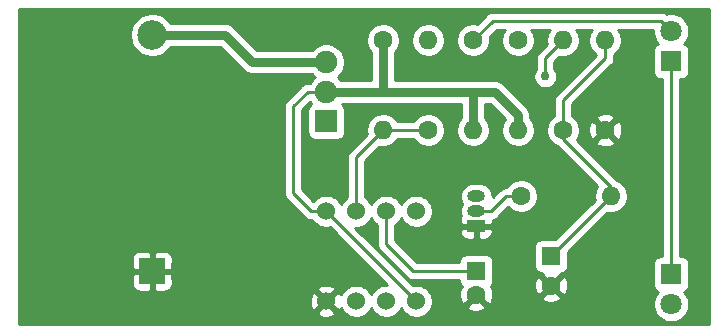
<source format=gtl>
%TF.GenerationSoftware,KiCad,Pcbnew,(5.1.12)-1*%
%TF.CreationDate,2021-12-23T01:28:27-05:00*%
%TF.ProjectId,555_Badge,3535355f-4261-4646-9765-2e6b69636164,v01*%
%TF.SameCoordinates,Original*%
%TF.FileFunction,Copper,L1,Top*%
%TF.FilePolarity,Positive*%
%FSLAX46Y46*%
G04 Gerber Fmt 4.6, Leading zero omitted, Abs format (unit mm)*
G04 Created by KiCad (PCBNEW (5.1.12)-1) date 2021-12-23 01:28:27*
%MOMM*%
%LPD*%
G01*
G04 APERTURE LIST*
%TA.AperFunction,ComponentPad*%
%ADD10C,1.600000*%
%TD*%
%TA.AperFunction,ComponentPad*%
%ADD11O,1.600000X1.600000*%
%TD*%
%TA.AperFunction,ComponentPad*%
%ADD12R,2.170000X2.170000*%
%TD*%
%TA.AperFunction,ComponentPad*%
%ADD13C,2.500000*%
%TD*%
%TA.AperFunction,ComponentPad*%
%ADD14R,1.600000X1.600000*%
%TD*%
%TA.AperFunction,ComponentPad*%
%ADD15R,1.800000X1.800000*%
%TD*%
%TA.AperFunction,ComponentPad*%
%ADD16C,1.800000*%
%TD*%
%TA.AperFunction,ComponentPad*%
%ADD17O,1.500000X1.000000*%
%TD*%
%TA.AperFunction,ComponentPad*%
%ADD18R,1.500000X1.000000*%
%TD*%
%TA.AperFunction,ComponentPad*%
%ADD19R,1.900000X1.900000*%
%TD*%
%TA.AperFunction,ComponentPad*%
%ADD20C,1.900000*%
%TD*%
%TA.AperFunction,ComponentPad*%
%ADD21C,1.524000*%
%TD*%
%TA.AperFunction,ViaPad*%
%ADD22C,0.762000*%
%TD*%
%TA.AperFunction,Conductor*%
%ADD23C,0.254000*%
%TD*%
%TA.AperFunction,Conductor*%
%ADD24C,0.762000*%
%TD*%
%TA.AperFunction,Conductor*%
%ADD25C,0.100000*%
%TD*%
G04 APERTURE END LIST*
D10*
%TO.P,R1,1*%
%TO.N,VCC*%
X72136000Y-109982000D03*
D11*
%TO.P,R1,2*%
%TO.N,Net-(R1-Pad2)*%
X72136000Y-117602000D03*
%TD*%
D12*
%TO.P,BAT1,Neg*%
%TO.N,GND*%
X52578000Y-129540000D03*
D13*
%TO.P,BAT1,Pos*%
%TO.N,Net-(BAT1-PadPos)*%
X52578000Y-109540000D03*
%TD*%
D14*
%TO.P,C1,1*%
%TO.N,Net-(C1-Pad1)*%
X80010000Y-129540000D03*
D10*
%TO.P,C1,2*%
%TO.N,GND*%
X80010000Y-131540000D03*
%TD*%
D14*
%TO.P,C2,1*%
%TO.N,Net-(C2-Pad1)*%
X86360000Y-128270000D03*
D10*
%TO.P,C2,2*%
%TO.N,GND*%
X86360000Y-130770000D03*
%TD*%
D15*
%TO.P,D1,1*%
%TO.N,Net-(D1-Pad1)*%
X96520000Y-111760000D03*
D16*
%TO.P,D1,2*%
%TO.N,Net-(D1-Pad2)*%
X96520000Y-109220000D03*
%TD*%
%TO.P,D2,2*%
%TO.N,Net-(D2-Pad2)*%
X96520000Y-132334000D03*
D15*
%TO.P,D2,1*%
%TO.N,Net-(D1-Pad1)*%
X96520000Y-129794000D03*
%TD*%
D17*
%TO.P,Q1,2*%
%TO.N,Net-(Q1-Pad2)*%
X80010000Y-124460000D03*
%TO.P,Q1,3*%
%TO.N,Net-(D1-Pad1)*%
X80010000Y-123190000D03*
D18*
%TO.P,Q1,1*%
%TO.N,GND*%
X80010000Y-125730000D03*
%TD*%
D11*
%TO.P,R2,2*%
%TO.N,Net-(C1-Pad1)*%
X75946000Y-109982000D03*
D10*
%TO.P,R2,1*%
%TO.N,Net-(R1-Pad2)*%
X75946000Y-117602000D03*
%TD*%
%TO.P,R3,1*%
%TO.N,Net-(C2-Pad1)*%
X87376000Y-117602000D03*
D11*
%TO.P,R3,2*%
%TO.N,Net-(R3-Pad2)*%
X87376000Y-109982000D03*
%TD*%
%TO.P,R4,2*%
%TO.N,Net-(C2-Pad1)*%
X90932000Y-109982000D03*
D10*
%TO.P,R4,1*%
%TO.N,GND*%
X90932000Y-117602000D03*
%TD*%
%TO.P,R5,1*%
%TO.N,Net-(Q1-Pad2)*%
X83820000Y-123190000D03*
D11*
%TO.P,R5,2*%
%TO.N,Net-(C2-Pad1)*%
X91440000Y-123190000D03*
%TD*%
D10*
%TO.P,R6,1*%
%TO.N,Net-(D1-Pad2)*%
X79756000Y-109982000D03*
D11*
%TO.P,R6,2*%
%TO.N,VCC*%
X79756000Y-117602000D03*
%TD*%
%TO.P,R7,2*%
%TO.N,VCC*%
X83566000Y-117602000D03*
D10*
%TO.P,R7,1*%
%TO.N,Net-(D2-Pad2)*%
X83566000Y-109982000D03*
%TD*%
D19*
%TO.P,S1,1*%
%TO.N,Net-(S1-Pad1)*%
X67310000Y-116840000D03*
D20*
%TO.P,S1,2*%
%TO.N,VCC*%
X67310000Y-114340000D03*
%TO.P,S1,3*%
%TO.N,Net-(BAT1-PadPos)*%
X67310000Y-111840000D03*
%TD*%
D21*
%TO.P,U?1,8*%
%TO.N,VCC*%
X67310000Y-124460000D03*
%TO.P,U?1,7*%
%TO.N,Net-(R1-Pad2)*%
X69850000Y-124460000D03*
%TO.P,U?1,6*%
%TO.N,Net-(C1-Pad1)*%
X72390000Y-124460000D03*
%TO.P,U?1,5*%
%TO.N,Net-(U?1-Pad5)*%
X74930000Y-124460000D03*
%TO.P,U?1,1*%
%TO.N,GND*%
X67310000Y-132080000D03*
%TO.P,U?1,2*%
%TO.N,Net-(C1-Pad1)*%
X69850000Y-132080000D03*
%TO.P,U?1,3*%
%TO.N,Net-(R3-Pad2)*%
X72390000Y-132080000D03*
%TO.P,U?1,4*%
%TO.N,VCC*%
X74930000Y-132080000D03*
%TD*%
D22*
%TO.N,Net-(R3-Pad2)*%
X85852000Y-113030000D03*
%TD*%
D23*
%TO.N,GND*%
X82042000Y-125730000D02*
X82804000Y-124968000D01*
X83639514Y-124968000D02*
X84582000Y-124968000D01*
X82804000Y-124968000D02*
X83639514Y-124968000D01*
D24*
%TO.N,Net-(BAT1-PadPos)*%
X58740000Y-109540000D02*
X61040000Y-111840000D01*
X61040000Y-111840000D02*
X67310000Y-111840000D01*
X52578000Y-109540000D02*
X54544000Y-109540000D01*
X54544000Y-109540000D02*
X58740000Y-109540000D01*
X53340000Y-109540000D02*
X54544000Y-109540000D01*
D23*
%TO.N,Net-(C1-Pad1)*%
X72390000Y-124460000D02*
X72390000Y-127254000D01*
X74676000Y-129540000D02*
X80010000Y-129540000D01*
X72390000Y-127254000D02*
X74676000Y-129540000D01*
%TO.N,Net-(C2-Pad1)*%
X90932000Y-111506000D02*
X90932000Y-109982000D01*
X87376000Y-115062000D02*
X90932000Y-111506000D01*
X87376000Y-117602000D02*
X87376000Y-115062000D01*
X87376000Y-118364000D02*
X87376000Y-117602000D01*
X91440000Y-122428000D02*
X87376000Y-118364000D01*
X91440000Y-123190000D02*
X91440000Y-122428000D01*
X91440000Y-123190000D02*
X86360000Y-128270000D01*
%TO.N,Net-(D1-Pad1)*%
X96520000Y-129794000D02*
X96520000Y-111760000D01*
%TO.N,Net-(D1-Pad2)*%
X96012000Y-108712000D02*
X96520000Y-109220000D01*
X81417999Y-108320001D02*
X95620001Y-108320001D01*
X95620001Y-108320001D02*
X96520000Y-109220000D01*
X79756000Y-109982000D02*
X81417999Y-108320001D01*
%TO.N,Net-(Q1-Pad2)*%
X82550000Y-123190000D02*
X83820000Y-123190000D01*
X81280000Y-124460000D02*
X82550000Y-123190000D01*
X80010000Y-124460000D02*
X81280000Y-124460000D01*
D24*
%TO.N,VCC*%
X83566000Y-116332000D02*
X83566000Y-117602000D01*
X81574000Y-114340000D02*
X83566000Y-116332000D01*
X79756000Y-114380000D02*
X79716000Y-114340000D01*
X79756000Y-117602000D02*
X79756000Y-114380000D01*
X79716000Y-114340000D02*
X81574000Y-114340000D01*
X72136000Y-114126000D02*
X71922000Y-114340000D01*
X72136000Y-109982000D02*
X72136000Y-114126000D01*
X71922000Y-114340000D02*
X79716000Y-114340000D01*
X67310000Y-114340000D02*
X71922000Y-114340000D01*
D23*
X67310000Y-124460000D02*
X66040000Y-124460000D01*
X66040000Y-124460000D02*
X64516000Y-122936000D01*
X64516000Y-122936000D02*
X64516000Y-115570000D01*
X65746000Y-114340000D02*
X67310000Y-114340000D01*
X64516000Y-115570000D02*
X65746000Y-114340000D01*
X67310000Y-124460000D02*
X74930000Y-132080000D01*
%TO.N,Net-(R1-Pad2)*%
X69850000Y-119888000D02*
X72136000Y-117602000D01*
X69850000Y-124460000D02*
X69850000Y-119888000D01*
X72136000Y-117602000D02*
X75946000Y-117602000D01*
%TO.N,Net-(R3-Pad2)*%
X85852000Y-111506000D02*
X87376000Y-109982000D01*
X85852000Y-113030000D02*
X85852000Y-111506000D01*
%TD*%
%TO.N,GND*%
X99682300Y-133972300D02*
X41287700Y-133972300D01*
X41287700Y-133045565D01*
X66524040Y-133045565D01*
X66591020Y-133285656D01*
X66840048Y-133402756D01*
X67107135Y-133469023D01*
X67382017Y-133481910D01*
X67654133Y-133440922D01*
X67913023Y-133347636D01*
X68028980Y-133285656D01*
X68095960Y-133045565D01*
X67310000Y-132259605D01*
X66524040Y-133045565D01*
X41287700Y-133045565D01*
X41287700Y-132152017D01*
X65908090Y-132152017D01*
X65949078Y-132424133D01*
X66042364Y-132683023D01*
X66104344Y-132798980D01*
X66344435Y-132865960D01*
X67130395Y-132080000D01*
X66344435Y-131294040D01*
X66104344Y-131361020D01*
X65987244Y-131610048D01*
X65920977Y-131877135D01*
X65908090Y-132152017D01*
X41287700Y-132152017D01*
X41287700Y-130625000D01*
X50854928Y-130625000D01*
X50867188Y-130749482D01*
X50903498Y-130869180D01*
X50962463Y-130979494D01*
X51041815Y-131076185D01*
X51138506Y-131155537D01*
X51248820Y-131214502D01*
X51368518Y-131250812D01*
X51493000Y-131263072D01*
X52292250Y-131260000D01*
X52451000Y-131101250D01*
X52451000Y-129667000D01*
X52705000Y-129667000D01*
X52705000Y-131101250D01*
X52863750Y-131260000D01*
X53663000Y-131263072D01*
X53787482Y-131250812D01*
X53907180Y-131214502D01*
X54017494Y-131155537D01*
X54067577Y-131114435D01*
X66524040Y-131114435D01*
X67310000Y-131900395D01*
X68095960Y-131114435D01*
X68028980Y-130874344D01*
X67779952Y-130757244D01*
X67512865Y-130690977D01*
X67237983Y-130678090D01*
X66965867Y-130719078D01*
X66706977Y-130812364D01*
X66591020Y-130874344D01*
X66524040Y-131114435D01*
X54067577Y-131114435D01*
X54114185Y-131076185D01*
X54193537Y-130979494D01*
X54252502Y-130869180D01*
X54288812Y-130749482D01*
X54301072Y-130625000D01*
X54298000Y-129825750D01*
X54139250Y-129667000D01*
X52705000Y-129667000D01*
X52451000Y-129667000D01*
X51016750Y-129667000D01*
X50858000Y-129825750D01*
X50854928Y-130625000D01*
X41287700Y-130625000D01*
X41287700Y-128455000D01*
X50854928Y-128455000D01*
X50858000Y-129254250D01*
X51016750Y-129413000D01*
X52451000Y-129413000D01*
X52451000Y-127978750D01*
X52705000Y-127978750D01*
X52705000Y-129413000D01*
X54139250Y-129413000D01*
X54298000Y-129254250D01*
X54301072Y-128455000D01*
X54288812Y-128330518D01*
X54252502Y-128210820D01*
X54193537Y-128100506D01*
X54114185Y-128003815D01*
X54017494Y-127924463D01*
X53907180Y-127865498D01*
X53787482Y-127829188D01*
X53663000Y-127816928D01*
X52863750Y-127820000D01*
X52705000Y-127978750D01*
X52451000Y-127978750D01*
X52292250Y-127820000D01*
X51493000Y-127816928D01*
X51368518Y-127829188D01*
X51248820Y-127865498D01*
X51138506Y-127924463D01*
X51041815Y-128003815D01*
X50962463Y-128100506D01*
X50903498Y-128210820D01*
X50867188Y-128330518D01*
X50854928Y-128455000D01*
X41287700Y-128455000D01*
X41287700Y-109354344D01*
X50693000Y-109354344D01*
X50693000Y-109725656D01*
X50765439Y-110089834D01*
X50907534Y-110432882D01*
X51113825Y-110741618D01*
X51376382Y-111004175D01*
X51685118Y-111210466D01*
X52028166Y-111352561D01*
X52392344Y-111425000D01*
X52763656Y-111425000D01*
X53127834Y-111352561D01*
X53470882Y-111210466D01*
X53779618Y-111004175D01*
X54042175Y-110741618D01*
X54166201Y-110556000D01*
X58319160Y-110556000D01*
X60286292Y-112523133D01*
X60318104Y-112561896D01*
X60472810Y-112688860D01*
X60649313Y-112783202D01*
X60840829Y-112841298D01*
X60990098Y-112856000D01*
X60990105Y-112856000D01*
X61039999Y-112860914D01*
X61089893Y-112856000D01*
X66084471Y-112856000D01*
X66299621Y-113071150D01*
X66327832Y-113090000D01*
X66299621Y-113108850D01*
X66078850Y-113329621D01*
X65912889Y-113578000D01*
X65783423Y-113578000D01*
X65746000Y-113574314D01*
X65708577Y-113578000D01*
X65708574Y-113578000D01*
X65596622Y-113589026D01*
X65452985Y-113632598D01*
X65407583Y-113656866D01*
X65320607Y-113703355D01*
X65281667Y-113735313D01*
X65204578Y-113798578D01*
X65180716Y-113827654D01*
X64003649Y-115004721D01*
X63974579Y-115028578D01*
X63950722Y-115057648D01*
X63950721Y-115057649D01*
X63879355Y-115144608D01*
X63808599Y-115276985D01*
X63765027Y-115420622D01*
X63750314Y-115570000D01*
X63754001Y-115607433D01*
X63754000Y-122898577D01*
X63750314Y-122936000D01*
X63754000Y-122973423D01*
X63754000Y-122973425D01*
X63765026Y-123085377D01*
X63808598Y-123229014D01*
X63808599Y-123229015D01*
X63879355Y-123361392D01*
X63916230Y-123406324D01*
X63974578Y-123477422D01*
X64003654Y-123501284D01*
X65474720Y-124972351D01*
X65498578Y-125001422D01*
X65614608Y-125096645D01*
X65746985Y-125167402D01*
X65890622Y-125210974D01*
X66002574Y-125222000D01*
X66002576Y-125222000D01*
X66039999Y-125225686D01*
X66077422Y-125222000D01*
X66138995Y-125222000D01*
X66224880Y-125350535D01*
X66419465Y-125545120D01*
X66648273Y-125698005D01*
X66902510Y-125803314D01*
X67172408Y-125857000D01*
X67447592Y-125857000D01*
X67599211Y-125826841D01*
X72455369Y-130683000D01*
X72252408Y-130683000D01*
X71982510Y-130736686D01*
X71728273Y-130841995D01*
X71499465Y-130994880D01*
X71304880Y-131189465D01*
X71151995Y-131418273D01*
X71120000Y-131495515D01*
X71088005Y-131418273D01*
X70935120Y-131189465D01*
X70740535Y-130994880D01*
X70511727Y-130841995D01*
X70257490Y-130736686D01*
X69987592Y-130683000D01*
X69712408Y-130683000D01*
X69442510Y-130736686D01*
X69188273Y-130841995D01*
X68959465Y-130994880D01*
X68764880Y-131189465D01*
X68611995Y-131418273D01*
X68582308Y-131489943D01*
X68577636Y-131476977D01*
X68515656Y-131361020D01*
X68275565Y-131294040D01*
X67489605Y-132080000D01*
X68275565Y-132865960D01*
X68515656Y-132798980D01*
X68579485Y-132663240D01*
X68611995Y-132741727D01*
X68764880Y-132970535D01*
X68959465Y-133165120D01*
X69188273Y-133318005D01*
X69442510Y-133423314D01*
X69712408Y-133477000D01*
X69987592Y-133477000D01*
X70257490Y-133423314D01*
X70511727Y-133318005D01*
X70740535Y-133165120D01*
X70935120Y-132970535D01*
X71088005Y-132741727D01*
X71120000Y-132664485D01*
X71151995Y-132741727D01*
X71304880Y-132970535D01*
X71499465Y-133165120D01*
X71728273Y-133318005D01*
X71982510Y-133423314D01*
X72252408Y-133477000D01*
X72527592Y-133477000D01*
X72797490Y-133423314D01*
X73051727Y-133318005D01*
X73280535Y-133165120D01*
X73475120Y-132970535D01*
X73628005Y-132741727D01*
X73660000Y-132664485D01*
X73691995Y-132741727D01*
X73844880Y-132970535D01*
X74039465Y-133165120D01*
X74268273Y-133318005D01*
X74522510Y-133423314D01*
X74792408Y-133477000D01*
X75067592Y-133477000D01*
X75337490Y-133423314D01*
X75591727Y-133318005D01*
X75820535Y-133165120D01*
X76015120Y-132970535D01*
X76168005Y-132741727D01*
X76254586Y-132532702D01*
X79196903Y-132532702D01*
X79268486Y-132776671D01*
X79523996Y-132897571D01*
X79798184Y-132966300D01*
X80080512Y-132980217D01*
X80360130Y-132938787D01*
X80626292Y-132843603D01*
X80751514Y-132776671D01*
X80823097Y-132532702D01*
X80010000Y-131719605D01*
X79196903Y-132532702D01*
X76254586Y-132532702D01*
X76273314Y-132487490D01*
X76327000Y-132217592D01*
X76327000Y-131942408D01*
X76273314Y-131672510D01*
X76168005Y-131418273D01*
X76015120Y-131189465D01*
X75820535Y-130994880D01*
X75591727Y-130841995D01*
X75337490Y-130736686D01*
X75067592Y-130683000D01*
X74792408Y-130683000D01*
X74640790Y-130713159D01*
X69784630Y-125857000D01*
X69987592Y-125857000D01*
X70257490Y-125803314D01*
X70511727Y-125698005D01*
X70740535Y-125545120D01*
X70935120Y-125350535D01*
X71088005Y-125121727D01*
X71120000Y-125044485D01*
X71151995Y-125121727D01*
X71304880Y-125350535D01*
X71499465Y-125545120D01*
X71628000Y-125631005D01*
X71628001Y-127216567D01*
X71624314Y-127254000D01*
X71639027Y-127403378D01*
X71682599Y-127547015D01*
X71753355Y-127679392D01*
X71824721Y-127766351D01*
X71848579Y-127795422D01*
X71877649Y-127819279D01*
X74110721Y-130052352D01*
X74134578Y-130081422D01*
X74250608Y-130176645D01*
X74382985Y-130247402D01*
X74526622Y-130290974D01*
X74638574Y-130302000D01*
X74638576Y-130302000D01*
X74675999Y-130305686D01*
X74713422Y-130302000D01*
X78571928Y-130302000D01*
X78571928Y-130340000D01*
X78584188Y-130464482D01*
X78620498Y-130584180D01*
X78679463Y-130694494D01*
X78758815Y-130791185D01*
X78771758Y-130801807D01*
X78652429Y-131053996D01*
X78583700Y-131328184D01*
X78569783Y-131610512D01*
X78611213Y-131890130D01*
X78706397Y-132156292D01*
X78773329Y-132281514D01*
X79017298Y-132353097D01*
X79830395Y-131540000D01*
X79816253Y-131525858D01*
X79995858Y-131346253D01*
X80010000Y-131360395D01*
X80024143Y-131346253D01*
X80203748Y-131525858D01*
X80189605Y-131540000D01*
X81002702Y-132353097D01*
X81246671Y-132281514D01*
X81367571Y-132026004D01*
X81433571Y-131762702D01*
X85546903Y-131762702D01*
X85618486Y-132006671D01*
X85873996Y-132127571D01*
X86148184Y-132196300D01*
X86430512Y-132210217D01*
X86710130Y-132168787D01*
X86976292Y-132073603D01*
X87101514Y-132006671D01*
X87173097Y-131762702D01*
X86360000Y-130949605D01*
X85546903Y-131762702D01*
X81433571Y-131762702D01*
X81436300Y-131751816D01*
X81450217Y-131469488D01*
X81408787Y-131189870D01*
X81313603Y-130923708D01*
X81269135Y-130840512D01*
X84919783Y-130840512D01*
X84961213Y-131120130D01*
X85056397Y-131386292D01*
X85123329Y-131511514D01*
X85367298Y-131583097D01*
X86180395Y-130770000D01*
X86539605Y-130770000D01*
X87352702Y-131583097D01*
X87596671Y-131511514D01*
X87717571Y-131256004D01*
X87786300Y-130981816D01*
X87800217Y-130699488D01*
X87758787Y-130419870D01*
X87663603Y-130153708D01*
X87596671Y-130028486D01*
X87352702Y-129956903D01*
X86539605Y-130770000D01*
X86180395Y-130770000D01*
X85367298Y-129956903D01*
X85123329Y-130028486D01*
X85002429Y-130283996D01*
X84933700Y-130558184D01*
X84919783Y-130840512D01*
X81269135Y-130840512D01*
X81248384Y-130801691D01*
X81261185Y-130791185D01*
X81340537Y-130694494D01*
X81399502Y-130584180D01*
X81435812Y-130464482D01*
X81448072Y-130340000D01*
X81448072Y-128740000D01*
X81435812Y-128615518D01*
X81399502Y-128495820D01*
X81340537Y-128385506D01*
X81261185Y-128288815D01*
X81164494Y-128209463D01*
X81054180Y-128150498D01*
X80934482Y-128114188D01*
X80810000Y-128101928D01*
X79210000Y-128101928D01*
X79085518Y-128114188D01*
X78965820Y-128150498D01*
X78855506Y-128209463D01*
X78758815Y-128288815D01*
X78679463Y-128385506D01*
X78620498Y-128495820D01*
X78584188Y-128615518D01*
X78571928Y-128740000D01*
X78571928Y-128778000D01*
X74991631Y-128778000D01*
X73152000Y-126938370D01*
X73152000Y-126230000D01*
X78621928Y-126230000D01*
X78634188Y-126354482D01*
X78670498Y-126474180D01*
X78729463Y-126584494D01*
X78808815Y-126681185D01*
X78905506Y-126760537D01*
X79015820Y-126819502D01*
X79135518Y-126855812D01*
X79260000Y-126868072D01*
X79724250Y-126865000D01*
X79883000Y-126706250D01*
X79883000Y-125857000D01*
X80137000Y-125857000D01*
X80137000Y-126706250D01*
X80295750Y-126865000D01*
X80760000Y-126868072D01*
X80884482Y-126855812D01*
X81004180Y-126819502D01*
X81114494Y-126760537D01*
X81211185Y-126681185D01*
X81290537Y-126584494D01*
X81349502Y-126474180D01*
X81385812Y-126354482D01*
X81398072Y-126230000D01*
X81395000Y-126015750D01*
X81236250Y-125857000D01*
X80137000Y-125857000D01*
X79883000Y-125857000D01*
X78783750Y-125857000D01*
X78625000Y-126015750D01*
X78621928Y-126230000D01*
X73152000Y-126230000D01*
X73152000Y-125631005D01*
X73280535Y-125545120D01*
X73475120Y-125350535D01*
X73628005Y-125121727D01*
X73660000Y-125044485D01*
X73691995Y-125121727D01*
X73844880Y-125350535D01*
X74039465Y-125545120D01*
X74268273Y-125698005D01*
X74522510Y-125803314D01*
X74792408Y-125857000D01*
X75067592Y-125857000D01*
X75337490Y-125803314D01*
X75591727Y-125698005D01*
X75820535Y-125545120D01*
X76015120Y-125350535D01*
X76168005Y-125121727D01*
X76273314Y-124867490D01*
X76327000Y-124597592D01*
X76327000Y-124322408D01*
X76273314Y-124052510D01*
X76168005Y-123798273D01*
X76015120Y-123569465D01*
X75820535Y-123374880D01*
X75591727Y-123221995D01*
X75514485Y-123190000D01*
X78619509Y-123190000D01*
X78641423Y-123412499D01*
X78706324Y-123626447D01*
X78811716Y-123823623D01*
X78812846Y-123825000D01*
X78811716Y-123826377D01*
X78706324Y-124023553D01*
X78641423Y-124237501D01*
X78619509Y-124460000D01*
X78641423Y-124682499D01*
X78706324Y-124896447D01*
X78712297Y-124907621D01*
X78670498Y-124985820D01*
X78634188Y-125105518D01*
X78621928Y-125230000D01*
X78625000Y-125444250D01*
X78783750Y-125603000D01*
X79883000Y-125603000D01*
X79883000Y-125595000D01*
X80137000Y-125595000D01*
X80137000Y-125603000D01*
X81236250Y-125603000D01*
X81395000Y-125444250D01*
X81398072Y-125230000D01*
X81396517Y-125214210D01*
X81429378Y-125210974D01*
X81573015Y-125167402D01*
X81705392Y-125096645D01*
X81821422Y-125001422D01*
X81845284Y-124972346D01*
X82709117Y-124108513D01*
X82905241Y-124304637D01*
X83140273Y-124461680D01*
X83401426Y-124569853D01*
X83678665Y-124625000D01*
X83961335Y-124625000D01*
X84238574Y-124569853D01*
X84499727Y-124461680D01*
X84734759Y-124304637D01*
X84934637Y-124104759D01*
X85091680Y-123869727D01*
X85199853Y-123608574D01*
X85255000Y-123331335D01*
X85255000Y-123048665D01*
X85199853Y-122771426D01*
X85091680Y-122510273D01*
X84934637Y-122275241D01*
X84734759Y-122075363D01*
X84499727Y-121918320D01*
X84238574Y-121810147D01*
X83961335Y-121755000D01*
X83678665Y-121755000D01*
X83401426Y-121810147D01*
X83140273Y-121918320D01*
X82905241Y-122075363D01*
X82705363Y-122275241D01*
X82603293Y-122428000D01*
X82587422Y-122428000D01*
X82549999Y-122424314D01*
X82512576Y-122428000D01*
X82512574Y-122428000D01*
X82400622Y-122439026D01*
X82256985Y-122482598D01*
X82124608Y-122553355D01*
X82008578Y-122648578D01*
X81984721Y-122677648D01*
X81392638Y-123269731D01*
X81400491Y-123190000D01*
X81378577Y-122967501D01*
X81313676Y-122753553D01*
X81208284Y-122556377D01*
X81066449Y-122383551D01*
X80893623Y-122241716D01*
X80696447Y-122136324D01*
X80482499Y-122071423D01*
X80315752Y-122055000D01*
X79704248Y-122055000D01*
X79537501Y-122071423D01*
X79323553Y-122136324D01*
X79126377Y-122241716D01*
X78953551Y-122383551D01*
X78811716Y-122556377D01*
X78706324Y-122753553D01*
X78641423Y-122967501D01*
X78619509Y-123190000D01*
X75514485Y-123190000D01*
X75337490Y-123116686D01*
X75067592Y-123063000D01*
X74792408Y-123063000D01*
X74522510Y-123116686D01*
X74268273Y-123221995D01*
X74039465Y-123374880D01*
X73844880Y-123569465D01*
X73691995Y-123798273D01*
X73660000Y-123875515D01*
X73628005Y-123798273D01*
X73475120Y-123569465D01*
X73280535Y-123374880D01*
X73051727Y-123221995D01*
X72797490Y-123116686D01*
X72527592Y-123063000D01*
X72252408Y-123063000D01*
X71982510Y-123116686D01*
X71728273Y-123221995D01*
X71499465Y-123374880D01*
X71304880Y-123569465D01*
X71151995Y-123798273D01*
X71120000Y-123875515D01*
X71088005Y-123798273D01*
X70935120Y-123569465D01*
X70740535Y-123374880D01*
X70612000Y-123288995D01*
X70612000Y-120203630D01*
X71814473Y-119001157D01*
X71994665Y-119037000D01*
X72277335Y-119037000D01*
X72554574Y-118981853D01*
X72815727Y-118873680D01*
X73050759Y-118716637D01*
X73250637Y-118516759D01*
X73352707Y-118364000D01*
X74729293Y-118364000D01*
X74831363Y-118516759D01*
X75031241Y-118716637D01*
X75266273Y-118873680D01*
X75527426Y-118981853D01*
X75804665Y-119037000D01*
X76087335Y-119037000D01*
X76364574Y-118981853D01*
X76625727Y-118873680D01*
X76860759Y-118716637D01*
X77060637Y-118516759D01*
X77217680Y-118281727D01*
X77325853Y-118020574D01*
X77381000Y-117743335D01*
X77381000Y-117460665D01*
X77325853Y-117183426D01*
X77217680Y-116922273D01*
X77060637Y-116687241D01*
X76860759Y-116487363D01*
X76625727Y-116330320D01*
X76364574Y-116222147D01*
X76087335Y-116167000D01*
X75804665Y-116167000D01*
X75527426Y-116222147D01*
X75266273Y-116330320D01*
X75031241Y-116487363D01*
X74831363Y-116687241D01*
X74729293Y-116840000D01*
X73352707Y-116840000D01*
X73250637Y-116687241D01*
X73050759Y-116487363D01*
X72815727Y-116330320D01*
X72554574Y-116222147D01*
X72277335Y-116167000D01*
X71994665Y-116167000D01*
X71717426Y-116222147D01*
X71456273Y-116330320D01*
X71221241Y-116487363D01*
X71021363Y-116687241D01*
X70864320Y-116922273D01*
X70756147Y-117183426D01*
X70701000Y-117460665D01*
X70701000Y-117743335D01*
X70736843Y-117923527D01*
X69337649Y-119322721D01*
X69308579Y-119346578D01*
X69284722Y-119375648D01*
X69284721Y-119375649D01*
X69213355Y-119462608D01*
X69142599Y-119594985D01*
X69099027Y-119738622D01*
X69084314Y-119888000D01*
X69088001Y-119925433D01*
X69088000Y-123288995D01*
X68959465Y-123374880D01*
X68764880Y-123569465D01*
X68611995Y-123798273D01*
X68580000Y-123875515D01*
X68548005Y-123798273D01*
X68395120Y-123569465D01*
X68200535Y-123374880D01*
X67971727Y-123221995D01*
X67717490Y-123116686D01*
X67447592Y-123063000D01*
X67172408Y-123063000D01*
X66902510Y-123116686D01*
X66648273Y-123221995D01*
X66419465Y-123374880D01*
X66225988Y-123568357D01*
X65278000Y-122620370D01*
X65278000Y-115885630D01*
X65972466Y-115191164D01*
X66064021Y-115328186D01*
X66005506Y-115359463D01*
X65908815Y-115438815D01*
X65829463Y-115535506D01*
X65770498Y-115645820D01*
X65734188Y-115765518D01*
X65721928Y-115890000D01*
X65721928Y-117790000D01*
X65734188Y-117914482D01*
X65770498Y-118034180D01*
X65829463Y-118144494D01*
X65908815Y-118241185D01*
X66005506Y-118320537D01*
X66115820Y-118379502D01*
X66235518Y-118415812D01*
X66360000Y-118428072D01*
X68260000Y-118428072D01*
X68384482Y-118415812D01*
X68504180Y-118379502D01*
X68614494Y-118320537D01*
X68711185Y-118241185D01*
X68790537Y-118144494D01*
X68849502Y-118034180D01*
X68885812Y-117914482D01*
X68898072Y-117790000D01*
X68898072Y-115890000D01*
X68885812Y-115765518D01*
X68849502Y-115645820D01*
X68790537Y-115535506D01*
X68711185Y-115438815D01*
X68614494Y-115359463D01*
X68608015Y-115356000D01*
X71872098Y-115356000D01*
X71922000Y-115360915D01*
X71971902Y-115356000D01*
X78740001Y-115356000D01*
X78740000Y-116588604D01*
X78641363Y-116687241D01*
X78484320Y-116922273D01*
X78376147Y-117183426D01*
X78321000Y-117460665D01*
X78321000Y-117743335D01*
X78376147Y-118020574D01*
X78484320Y-118281727D01*
X78641363Y-118516759D01*
X78841241Y-118716637D01*
X79076273Y-118873680D01*
X79337426Y-118981853D01*
X79614665Y-119037000D01*
X79897335Y-119037000D01*
X80174574Y-118981853D01*
X80435727Y-118873680D01*
X80670759Y-118716637D01*
X80870637Y-118516759D01*
X81027680Y-118281727D01*
X81135853Y-118020574D01*
X81191000Y-117743335D01*
X81191000Y-117460665D01*
X81135853Y-117183426D01*
X81027680Y-116922273D01*
X80870637Y-116687241D01*
X80772000Y-116588604D01*
X80772000Y-115356000D01*
X81153160Y-115356000D01*
X82467882Y-116670722D01*
X82451363Y-116687241D01*
X82294320Y-116922273D01*
X82186147Y-117183426D01*
X82131000Y-117460665D01*
X82131000Y-117743335D01*
X82186147Y-118020574D01*
X82294320Y-118281727D01*
X82451363Y-118516759D01*
X82651241Y-118716637D01*
X82886273Y-118873680D01*
X83147426Y-118981853D01*
X83424665Y-119037000D01*
X83707335Y-119037000D01*
X83984574Y-118981853D01*
X84245727Y-118873680D01*
X84480759Y-118716637D01*
X84680637Y-118516759D01*
X84837680Y-118281727D01*
X84945853Y-118020574D01*
X85001000Y-117743335D01*
X85001000Y-117460665D01*
X84945853Y-117183426D01*
X84837680Y-116922273D01*
X84680637Y-116687241D01*
X84582000Y-116588604D01*
X84582000Y-116381893D01*
X84586914Y-116331999D01*
X84582000Y-116282105D01*
X84582000Y-116282098D01*
X84567298Y-116132829D01*
X84509202Y-115941313D01*
X84414860Y-115764810D01*
X84287896Y-115610104D01*
X84249133Y-115578292D01*
X82327712Y-113656872D01*
X82295896Y-113618104D01*
X82141190Y-113491140D01*
X81964687Y-113396798D01*
X81773171Y-113338702D01*
X81623902Y-113324000D01*
X81574000Y-113319085D01*
X81524098Y-113324000D01*
X79765902Y-113324000D01*
X79716000Y-113319085D01*
X79666098Y-113324000D01*
X73152000Y-113324000D01*
X73152000Y-110995396D01*
X73250637Y-110896759D01*
X73407680Y-110661727D01*
X73515853Y-110400574D01*
X73571000Y-110123335D01*
X73571000Y-109840665D01*
X74511000Y-109840665D01*
X74511000Y-110123335D01*
X74566147Y-110400574D01*
X74674320Y-110661727D01*
X74831363Y-110896759D01*
X75031241Y-111096637D01*
X75266273Y-111253680D01*
X75527426Y-111361853D01*
X75804665Y-111417000D01*
X76087335Y-111417000D01*
X76364574Y-111361853D01*
X76625727Y-111253680D01*
X76860759Y-111096637D01*
X77060637Y-110896759D01*
X77217680Y-110661727D01*
X77325853Y-110400574D01*
X77381000Y-110123335D01*
X77381000Y-109840665D01*
X78321000Y-109840665D01*
X78321000Y-110123335D01*
X78376147Y-110400574D01*
X78484320Y-110661727D01*
X78641363Y-110896759D01*
X78841241Y-111096637D01*
X79076273Y-111253680D01*
X79337426Y-111361853D01*
X79614665Y-111417000D01*
X79897335Y-111417000D01*
X80174574Y-111361853D01*
X80435727Y-111253680D01*
X80670759Y-111096637D01*
X80870637Y-110896759D01*
X81027680Y-110661727D01*
X81135853Y-110400574D01*
X81191000Y-110123335D01*
X81191000Y-109840665D01*
X81155157Y-109660473D01*
X81733629Y-109082001D01*
X82441501Y-109082001D01*
X82294320Y-109302273D01*
X82186147Y-109563426D01*
X82131000Y-109840665D01*
X82131000Y-110123335D01*
X82186147Y-110400574D01*
X82294320Y-110661727D01*
X82451363Y-110896759D01*
X82651241Y-111096637D01*
X82886273Y-111253680D01*
X83147426Y-111361853D01*
X83424665Y-111417000D01*
X83707335Y-111417000D01*
X83984574Y-111361853D01*
X84245727Y-111253680D01*
X84480759Y-111096637D01*
X84680637Y-110896759D01*
X84837680Y-110661727D01*
X84945853Y-110400574D01*
X85001000Y-110123335D01*
X85001000Y-109840665D01*
X84945853Y-109563426D01*
X84837680Y-109302273D01*
X84690499Y-109082001D01*
X86251501Y-109082001D01*
X86104320Y-109302273D01*
X85996147Y-109563426D01*
X85941000Y-109840665D01*
X85941000Y-110123335D01*
X85976843Y-110303527D01*
X85339649Y-110940721D01*
X85310579Y-110964578D01*
X85286722Y-110993648D01*
X85286721Y-110993649D01*
X85215355Y-111080608D01*
X85144599Y-111212985D01*
X85101027Y-111356622D01*
X85086314Y-111506000D01*
X85090001Y-111543433D01*
X85090000Y-112355159D01*
X85062821Y-112382338D01*
X84951632Y-112548744D01*
X84875044Y-112733644D01*
X84836000Y-112929933D01*
X84836000Y-113130067D01*
X84875044Y-113326356D01*
X84951632Y-113511256D01*
X85062821Y-113677662D01*
X85204338Y-113819179D01*
X85370744Y-113930368D01*
X85555644Y-114006956D01*
X85751933Y-114046000D01*
X85952067Y-114046000D01*
X86148356Y-114006956D01*
X86333256Y-113930368D01*
X86499662Y-113819179D01*
X86641179Y-113677662D01*
X86752368Y-113511256D01*
X86828956Y-113326356D01*
X86868000Y-113130067D01*
X86868000Y-112929933D01*
X86828956Y-112733644D01*
X86752368Y-112548744D01*
X86641179Y-112382338D01*
X86614000Y-112355159D01*
X86614000Y-111821630D01*
X87054473Y-111381157D01*
X87234665Y-111417000D01*
X87517335Y-111417000D01*
X87794574Y-111361853D01*
X88055727Y-111253680D01*
X88290759Y-111096637D01*
X88490637Y-110896759D01*
X88647680Y-110661727D01*
X88755853Y-110400574D01*
X88811000Y-110123335D01*
X88811000Y-109840665D01*
X88755853Y-109563426D01*
X88647680Y-109302273D01*
X88500499Y-109082001D01*
X89807501Y-109082001D01*
X89660320Y-109302273D01*
X89552147Y-109563426D01*
X89497000Y-109840665D01*
X89497000Y-110123335D01*
X89552147Y-110400574D01*
X89660320Y-110661727D01*
X89817363Y-110896759D01*
X90017241Y-111096637D01*
X90165002Y-111195367D01*
X86863649Y-114496721D01*
X86834579Y-114520578D01*
X86810722Y-114549648D01*
X86810721Y-114549649D01*
X86739355Y-114636608D01*
X86668599Y-114768985D01*
X86625027Y-114912622D01*
X86610314Y-115062000D01*
X86614001Y-115099433D01*
X86614000Y-116385293D01*
X86461241Y-116487363D01*
X86261363Y-116687241D01*
X86104320Y-116922273D01*
X85996147Y-117183426D01*
X85941000Y-117460665D01*
X85941000Y-117743335D01*
X85996147Y-118020574D01*
X86104320Y-118281727D01*
X86261363Y-118516759D01*
X86461241Y-118716637D01*
X86696273Y-118873680D01*
X86887088Y-118952718D01*
X90278999Y-122344630D01*
X90168320Y-122510273D01*
X90060147Y-122771426D01*
X90005000Y-123048665D01*
X90005000Y-123331335D01*
X90040843Y-123511526D01*
X86720442Y-126831928D01*
X85560000Y-126831928D01*
X85435518Y-126844188D01*
X85315820Y-126880498D01*
X85205506Y-126939463D01*
X85108815Y-127018815D01*
X85029463Y-127115506D01*
X84970498Y-127225820D01*
X84934188Y-127345518D01*
X84921928Y-127470000D01*
X84921928Y-129070000D01*
X84934188Y-129194482D01*
X84970498Y-129314180D01*
X85029463Y-129424494D01*
X85108815Y-129521185D01*
X85205506Y-129600537D01*
X85315820Y-129659502D01*
X85435518Y-129695812D01*
X85560000Y-129708072D01*
X85567215Y-129708072D01*
X85546903Y-129777298D01*
X86360000Y-130590395D01*
X87173097Y-129777298D01*
X87152785Y-129708072D01*
X87160000Y-129708072D01*
X87284482Y-129695812D01*
X87404180Y-129659502D01*
X87514494Y-129600537D01*
X87611185Y-129521185D01*
X87690537Y-129424494D01*
X87749502Y-129314180D01*
X87785812Y-129194482D01*
X87798072Y-129070000D01*
X87798072Y-127909558D01*
X91118474Y-124589157D01*
X91298665Y-124625000D01*
X91581335Y-124625000D01*
X91858574Y-124569853D01*
X92119727Y-124461680D01*
X92354759Y-124304637D01*
X92554637Y-124104759D01*
X92711680Y-123869727D01*
X92819853Y-123608574D01*
X92875000Y-123331335D01*
X92875000Y-123048665D01*
X92819853Y-122771426D01*
X92711680Y-122510273D01*
X92554637Y-122275241D01*
X92354759Y-122075363D01*
X92119727Y-121918320D01*
X91928914Y-121839283D01*
X88684333Y-118594702D01*
X90118903Y-118594702D01*
X90190486Y-118838671D01*
X90445996Y-118959571D01*
X90720184Y-119028300D01*
X91002512Y-119042217D01*
X91282130Y-119000787D01*
X91548292Y-118905603D01*
X91673514Y-118838671D01*
X91745097Y-118594702D01*
X90932000Y-117781605D01*
X90118903Y-118594702D01*
X88684333Y-118594702D01*
X88537001Y-118447371D01*
X88647680Y-118281727D01*
X88755853Y-118020574D01*
X88811000Y-117743335D01*
X88811000Y-117672512D01*
X89491783Y-117672512D01*
X89533213Y-117952130D01*
X89628397Y-118218292D01*
X89695329Y-118343514D01*
X89939298Y-118415097D01*
X90752395Y-117602000D01*
X91111605Y-117602000D01*
X91924702Y-118415097D01*
X92168671Y-118343514D01*
X92289571Y-118088004D01*
X92358300Y-117813816D01*
X92372217Y-117531488D01*
X92330787Y-117251870D01*
X92235603Y-116985708D01*
X92168671Y-116860486D01*
X91924702Y-116788903D01*
X91111605Y-117602000D01*
X90752395Y-117602000D01*
X89939298Y-116788903D01*
X89695329Y-116860486D01*
X89574429Y-117115996D01*
X89505700Y-117390184D01*
X89491783Y-117672512D01*
X88811000Y-117672512D01*
X88811000Y-117460665D01*
X88755853Y-117183426D01*
X88647680Y-116922273D01*
X88490637Y-116687241D01*
X88412694Y-116609298D01*
X90118903Y-116609298D01*
X90932000Y-117422395D01*
X91745097Y-116609298D01*
X91673514Y-116365329D01*
X91418004Y-116244429D01*
X91143816Y-116175700D01*
X90861488Y-116161783D01*
X90581870Y-116203213D01*
X90315708Y-116298397D01*
X90190486Y-116365329D01*
X90118903Y-116609298D01*
X88412694Y-116609298D01*
X88290759Y-116487363D01*
X88138000Y-116385293D01*
X88138000Y-115377630D01*
X91444353Y-112071278D01*
X91473422Y-112047422D01*
X91568645Y-111931392D01*
X91639402Y-111799015D01*
X91682974Y-111655378D01*
X91694000Y-111543426D01*
X91694000Y-111543424D01*
X91697686Y-111506001D01*
X91694000Y-111468574D01*
X91694000Y-111198707D01*
X91846759Y-111096637D01*
X92046637Y-110896759D01*
X92203680Y-110661727D01*
X92311853Y-110400574D01*
X92367000Y-110123335D01*
X92367000Y-109840665D01*
X92311853Y-109563426D01*
X92203680Y-109302273D01*
X92056499Y-109082001D01*
X94985000Y-109082001D01*
X94985000Y-109371184D01*
X95043989Y-109667743D01*
X95159701Y-109947095D01*
X95327688Y-110198505D01*
X95394127Y-110264944D01*
X95375820Y-110270498D01*
X95265506Y-110329463D01*
X95168815Y-110408815D01*
X95089463Y-110505506D01*
X95030498Y-110615820D01*
X94994188Y-110735518D01*
X94981928Y-110860000D01*
X94981928Y-112660000D01*
X94994188Y-112784482D01*
X95030498Y-112904180D01*
X95089463Y-113014494D01*
X95168815Y-113111185D01*
X95265506Y-113190537D01*
X95375820Y-113249502D01*
X95495518Y-113285812D01*
X95620000Y-113298072D01*
X95758001Y-113298072D01*
X95758000Y-128255928D01*
X95620000Y-128255928D01*
X95495518Y-128268188D01*
X95375820Y-128304498D01*
X95265506Y-128363463D01*
X95168815Y-128442815D01*
X95089463Y-128539506D01*
X95030498Y-128649820D01*
X94994188Y-128769518D01*
X94981928Y-128894000D01*
X94981928Y-130694000D01*
X94994188Y-130818482D01*
X95030498Y-130938180D01*
X95089463Y-131048494D01*
X95168815Y-131145185D01*
X95265506Y-131224537D01*
X95375820Y-131283502D01*
X95394127Y-131289056D01*
X95327688Y-131355495D01*
X95159701Y-131606905D01*
X95043989Y-131886257D01*
X94985000Y-132182816D01*
X94985000Y-132485184D01*
X95043989Y-132781743D01*
X95159701Y-133061095D01*
X95327688Y-133312505D01*
X95541495Y-133526312D01*
X95792905Y-133694299D01*
X96072257Y-133810011D01*
X96368816Y-133869000D01*
X96671184Y-133869000D01*
X96967743Y-133810011D01*
X97247095Y-133694299D01*
X97498505Y-133526312D01*
X97712312Y-133312505D01*
X97880299Y-133061095D01*
X97996011Y-132781743D01*
X98055000Y-132485184D01*
X98055000Y-132182816D01*
X97996011Y-131886257D01*
X97880299Y-131606905D01*
X97712312Y-131355495D01*
X97645873Y-131289056D01*
X97664180Y-131283502D01*
X97774494Y-131224537D01*
X97871185Y-131145185D01*
X97950537Y-131048494D01*
X98009502Y-130938180D01*
X98045812Y-130818482D01*
X98058072Y-130694000D01*
X98058072Y-128894000D01*
X98045812Y-128769518D01*
X98009502Y-128649820D01*
X97950537Y-128539506D01*
X97871185Y-128442815D01*
X97774494Y-128363463D01*
X97664180Y-128304498D01*
X97544482Y-128268188D01*
X97420000Y-128255928D01*
X97282000Y-128255928D01*
X97282000Y-113298072D01*
X97420000Y-113298072D01*
X97544482Y-113285812D01*
X97664180Y-113249502D01*
X97774494Y-113190537D01*
X97871185Y-113111185D01*
X97950537Y-113014494D01*
X98009502Y-112904180D01*
X98045812Y-112784482D01*
X98058072Y-112660000D01*
X98058072Y-110860000D01*
X98045812Y-110735518D01*
X98009502Y-110615820D01*
X97950537Y-110505506D01*
X97871185Y-110408815D01*
X97774494Y-110329463D01*
X97664180Y-110270498D01*
X97645873Y-110264944D01*
X97712312Y-110198505D01*
X97880299Y-109947095D01*
X97996011Y-109667743D01*
X98055000Y-109371184D01*
X98055000Y-109068816D01*
X97996011Y-108772257D01*
X97880299Y-108492905D01*
X97712312Y-108241495D01*
X97498505Y-108027688D01*
X97247095Y-107859701D01*
X96967743Y-107743989D01*
X96671184Y-107685000D01*
X96368816Y-107685000D01*
X96110102Y-107736461D01*
X96045393Y-107683356D01*
X95913016Y-107612599D01*
X95769379Y-107569027D01*
X95657427Y-107558001D01*
X95657424Y-107558001D01*
X95620001Y-107554315D01*
X95582578Y-107558001D01*
X81455422Y-107558001D01*
X81417999Y-107554315D01*
X81380576Y-107558001D01*
X81380573Y-107558001D01*
X81268621Y-107569027D01*
X81124984Y-107612599D01*
X81063363Y-107645536D01*
X80992606Y-107683356D01*
X80950218Y-107718144D01*
X80876577Y-107778579D01*
X80852715Y-107807655D01*
X80077527Y-108582843D01*
X79897335Y-108547000D01*
X79614665Y-108547000D01*
X79337426Y-108602147D01*
X79076273Y-108710320D01*
X78841241Y-108867363D01*
X78641363Y-109067241D01*
X78484320Y-109302273D01*
X78376147Y-109563426D01*
X78321000Y-109840665D01*
X77381000Y-109840665D01*
X77325853Y-109563426D01*
X77217680Y-109302273D01*
X77060637Y-109067241D01*
X76860759Y-108867363D01*
X76625727Y-108710320D01*
X76364574Y-108602147D01*
X76087335Y-108547000D01*
X75804665Y-108547000D01*
X75527426Y-108602147D01*
X75266273Y-108710320D01*
X75031241Y-108867363D01*
X74831363Y-109067241D01*
X74674320Y-109302273D01*
X74566147Y-109563426D01*
X74511000Y-109840665D01*
X73571000Y-109840665D01*
X73515853Y-109563426D01*
X73407680Y-109302273D01*
X73250637Y-109067241D01*
X73050759Y-108867363D01*
X72815727Y-108710320D01*
X72554574Y-108602147D01*
X72277335Y-108547000D01*
X71994665Y-108547000D01*
X71717426Y-108602147D01*
X71456273Y-108710320D01*
X71221241Y-108867363D01*
X71021363Y-109067241D01*
X70864320Y-109302273D01*
X70756147Y-109563426D01*
X70701000Y-109840665D01*
X70701000Y-110123335D01*
X70756147Y-110400574D01*
X70864320Y-110661727D01*
X71021363Y-110896759D01*
X71120000Y-110995396D01*
X71120001Y-113324000D01*
X68535529Y-113324000D01*
X68320379Y-113108850D01*
X68292168Y-113090000D01*
X68320379Y-113071150D01*
X68541150Y-112850379D01*
X68714609Y-112590779D01*
X68834089Y-112302327D01*
X68895000Y-111996109D01*
X68895000Y-111683891D01*
X68834089Y-111377673D01*
X68714609Y-111089221D01*
X68541150Y-110829621D01*
X68320379Y-110608850D01*
X68060779Y-110435391D01*
X67772327Y-110315911D01*
X67466109Y-110255000D01*
X67153891Y-110255000D01*
X66847673Y-110315911D01*
X66559221Y-110435391D01*
X66299621Y-110608850D01*
X66084471Y-110824000D01*
X61460841Y-110824000D01*
X59493712Y-108856872D01*
X59461896Y-108818104D01*
X59307190Y-108691140D01*
X59130687Y-108596798D01*
X58939171Y-108538702D01*
X58789902Y-108524000D01*
X58740000Y-108519085D01*
X58690098Y-108524000D01*
X54166201Y-108524000D01*
X54042175Y-108338382D01*
X53779618Y-108075825D01*
X53470882Y-107869534D01*
X53127834Y-107727439D01*
X52763656Y-107655000D01*
X52392344Y-107655000D01*
X52028166Y-107727439D01*
X51685118Y-107869534D01*
X51376382Y-108075825D01*
X51113825Y-108338382D01*
X50907534Y-108647118D01*
X50765439Y-108990166D01*
X50693000Y-109354344D01*
X41287700Y-109354344D01*
X41287700Y-107327700D01*
X99682301Y-107327700D01*
X99682300Y-133972300D01*
%TA.AperFunction,Conductor*%
D25*
G36*
X99682300Y-133972300D02*
G01*
X41287700Y-133972300D01*
X41287700Y-133045565D01*
X66524040Y-133045565D01*
X66591020Y-133285656D01*
X66840048Y-133402756D01*
X67107135Y-133469023D01*
X67382017Y-133481910D01*
X67654133Y-133440922D01*
X67913023Y-133347636D01*
X68028980Y-133285656D01*
X68095960Y-133045565D01*
X67310000Y-132259605D01*
X66524040Y-133045565D01*
X41287700Y-133045565D01*
X41287700Y-132152017D01*
X65908090Y-132152017D01*
X65949078Y-132424133D01*
X66042364Y-132683023D01*
X66104344Y-132798980D01*
X66344435Y-132865960D01*
X67130395Y-132080000D01*
X66344435Y-131294040D01*
X66104344Y-131361020D01*
X65987244Y-131610048D01*
X65920977Y-131877135D01*
X65908090Y-132152017D01*
X41287700Y-132152017D01*
X41287700Y-130625000D01*
X50854928Y-130625000D01*
X50867188Y-130749482D01*
X50903498Y-130869180D01*
X50962463Y-130979494D01*
X51041815Y-131076185D01*
X51138506Y-131155537D01*
X51248820Y-131214502D01*
X51368518Y-131250812D01*
X51493000Y-131263072D01*
X52292250Y-131260000D01*
X52451000Y-131101250D01*
X52451000Y-129667000D01*
X52705000Y-129667000D01*
X52705000Y-131101250D01*
X52863750Y-131260000D01*
X53663000Y-131263072D01*
X53787482Y-131250812D01*
X53907180Y-131214502D01*
X54017494Y-131155537D01*
X54067577Y-131114435D01*
X66524040Y-131114435D01*
X67310000Y-131900395D01*
X68095960Y-131114435D01*
X68028980Y-130874344D01*
X67779952Y-130757244D01*
X67512865Y-130690977D01*
X67237983Y-130678090D01*
X66965867Y-130719078D01*
X66706977Y-130812364D01*
X66591020Y-130874344D01*
X66524040Y-131114435D01*
X54067577Y-131114435D01*
X54114185Y-131076185D01*
X54193537Y-130979494D01*
X54252502Y-130869180D01*
X54288812Y-130749482D01*
X54301072Y-130625000D01*
X54298000Y-129825750D01*
X54139250Y-129667000D01*
X52705000Y-129667000D01*
X52451000Y-129667000D01*
X51016750Y-129667000D01*
X50858000Y-129825750D01*
X50854928Y-130625000D01*
X41287700Y-130625000D01*
X41287700Y-128455000D01*
X50854928Y-128455000D01*
X50858000Y-129254250D01*
X51016750Y-129413000D01*
X52451000Y-129413000D01*
X52451000Y-127978750D01*
X52705000Y-127978750D01*
X52705000Y-129413000D01*
X54139250Y-129413000D01*
X54298000Y-129254250D01*
X54301072Y-128455000D01*
X54288812Y-128330518D01*
X54252502Y-128210820D01*
X54193537Y-128100506D01*
X54114185Y-128003815D01*
X54017494Y-127924463D01*
X53907180Y-127865498D01*
X53787482Y-127829188D01*
X53663000Y-127816928D01*
X52863750Y-127820000D01*
X52705000Y-127978750D01*
X52451000Y-127978750D01*
X52292250Y-127820000D01*
X51493000Y-127816928D01*
X51368518Y-127829188D01*
X51248820Y-127865498D01*
X51138506Y-127924463D01*
X51041815Y-128003815D01*
X50962463Y-128100506D01*
X50903498Y-128210820D01*
X50867188Y-128330518D01*
X50854928Y-128455000D01*
X41287700Y-128455000D01*
X41287700Y-109354344D01*
X50693000Y-109354344D01*
X50693000Y-109725656D01*
X50765439Y-110089834D01*
X50907534Y-110432882D01*
X51113825Y-110741618D01*
X51376382Y-111004175D01*
X51685118Y-111210466D01*
X52028166Y-111352561D01*
X52392344Y-111425000D01*
X52763656Y-111425000D01*
X53127834Y-111352561D01*
X53470882Y-111210466D01*
X53779618Y-111004175D01*
X54042175Y-110741618D01*
X54166201Y-110556000D01*
X58319160Y-110556000D01*
X60286292Y-112523133D01*
X60318104Y-112561896D01*
X60472810Y-112688860D01*
X60649313Y-112783202D01*
X60840829Y-112841298D01*
X60990098Y-112856000D01*
X60990105Y-112856000D01*
X61039999Y-112860914D01*
X61089893Y-112856000D01*
X66084471Y-112856000D01*
X66299621Y-113071150D01*
X66327832Y-113090000D01*
X66299621Y-113108850D01*
X66078850Y-113329621D01*
X65912889Y-113578000D01*
X65783423Y-113578000D01*
X65746000Y-113574314D01*
X65708577Y-113578000D01*
X65708574Y-113578000D01*
X65596622Y-113589026D01*
X65452985Y-113632598D01*
X65407583Y-113656866D01*
X65320607Y-113703355D01*
X65281667Y-113735313D01*
X65204578Y-113798578D01*
X65180716Y-113827654D01*
X64003649Y-115004721D01*
X63974579Y-115028578D01*
X63950722Y-115057648D01*
X63950721Y-115057649D01*
X63879355Y-115144608D01*
X63808599Y-115276985D01*
X63765027Y-115420622D01*
X63750314Y-115570000D01*
X63754001Y-115607433D01*
X63754000Y-122898577D01*
X63750314Y-122936000D01*
X63754000Y-122973423D01*
X63754000Y-122973425D01*
X63765026Y-123085377D01*
X63808598Y-123229014D01*
X63808599Y-123229015D01*
X63879355Y-123361392D01*
X63916230Y-123406324D01*
X63974578Y-123477422D01*
X64003654Y-123501284D01*
X65474720Y-124972351D01*
X65498578Y-125001422D01*
X65614608Y-125096645D01*
X65746985Y-125167402D01*
X65890622Y-125210974D01*
X66002574Y-125222000D01*
X66002576Y-125222000D01*
X66039999Y-125225686D01*
X66077422Y-125222000D01*
X66138995Y-125222000D01*
X66224880Y-125350535D01*
X66419465Y-125545120D01*
X66648273Y-125698005D01*
X66902510Y-125803314D01*
X67172408Y-125857000D01*
X67447592Y-125857000D01*
X67599211Y-125826841D01*
X72455369Y-130683000D01*
X72252408Y-130683000D01*
X71982510Y-130736686D01*
X71728273Y-130841995D01*
X71499465Y-130994880D01*
X71304880Y-131189465D01*
X71151995Y-131418273D01*
X71120000Y-131495515D01*
X71088005Y-131418273D01*
X70935120Y-131189465D01*
X70740535Y-130994880D01*
X70511727Y-130841995D01*
X70257490Y-130736686D01*
X69987592Y-130683000D01*
X69712408Y-130683000D01*
X69442510Y-130736686D01*
X69188273Y-130841995D01*
X68959465Y-130994880D01*
X68764880Y-131189465D01*
X68611995Y-131418273D01*
X68582308Y-131489943D01*
X68577636Y-131476977D01*
X68515656Y-131361020D01*
X68275565Y-131294040D01*
X67489605Y-132080000D01*
X68275565Y-132865960D01*
X68515656Y-132798980D01*
X68579485Y-132663240D01*
X68611995Y-132741727D01*
X68764880Y-132970535D01*
X68959465Y-133165120D01*
X69188273Y-133318005D01*
X69442510Y-133423314D01*
X69712408Y-133477000D01*
X69987592Y-133477000D01*
X70257490Y-133423314D01*
X70511727Y-133318005D01*
X70740535Y-133165120D01*
X70935120Y-132970535D01*
X71088005Y-132741727D01*
X71120000Y-132664485D01*
X71151995Y-132741727D01*
X71304880Y-132970535D01*
X71499465Y-133165120D01*
X71728273Y-133318005D01*
X71982510Y-133423314D01*
X72252408Y-133477000D01*
X72527592Y-133477000D01*
X72797490Y-133423314D01*
X73051727Y-133318005D01*
X73280535Y-133165120D01*
X73475120Y-132970535D01*
X73628005Y-132741727D01*
X73660000Y-132664485D01*
X73691995Y-132741727D01*
X73844880Y-132970535D01*
X74039465Y-133165120D01*
X74268273Y-133318005D01*
X74522510Y-133423314D01*
X74792408Y-133477000D01*
X75067592Y-133477000D01*
X75337490Y-133423314D01*
X75591727Y-133318005D01*
X75820535Y-133165120D01*
X76015120Y-132970535D01*
X76168005Y-132741727D01*
X76254586Y-132532702D01*
X79196903Y-132532702D01*
X79268486Y-132776671D01*
X79523996Y-132897571D01*
X79798184Y-132966300D01*
X80080512Y-132980217D01*
X80360130Y-132938787D01*
X80626292Y-132843603D01*
X80751514Y-132776671D01*
X80823097Y-132532702D01*
X80010000Y-131719605D01*
X79196903Y-132532702D01*
X76254586Y-132532702D01*
X76273314Y-132487490D01*
X76327000Y-132217592D01*
X76327000Y-131942408D01*
X76273314Y-131672510D01*
X76168005Y-131418273D01*
X76015120Y-131189465D01*
X75820535Y-130994880D01*
X75591727Y-130841995D01*
X75337490Y-130736686D01*
X75067592Y-130683000D01*
X74792408Y-130683000D01*
X74640790Y-130713159D01*
X69784630Y-125857000D01*
X69987592Y-125857000D01*
X70257490Y-125803314D01*
X70511727Y-125698005D01*
X70740535Y-125545120D01*
X70935120Y-125350535D01*
X71088005Y-125121727D01*
X71120000Y-125044485D01*
X71151995Y-125121727D01*
X71304880Y-125350535D01*
X71499465Y-125545120D01*
X71628000Y-125631005D01*
X71628001Y-127216567D01*
X71624314Y-127254000D01*
X71639027Y-127403378D01*
X71682599Y-127547015D01*
X71753355Y-127679392D01*
X71824721Y-127766351D01*
X71848579Y-127795422D01*
X71877649Y-127819279D01*
X74110721Y-130052352D01*
X74134578Y-130081422D01*
X74250608Y-130176645D01*
X74382985Y-130247402D01*
X74526622Y-130290974D01*
X74638574Y-130302000D01*
X74638576Y-130302000D01*
X74675999Y-130305686D01*
X74713422Y-130302000D01*
X78571928Y-130302000D01*
X78571928Y-130340000D01*
X78584188Y-130464482D01*
X78620498Y-130584180D01*
X78679463Y-130694494D01*
X78758815Y-130791185D01*
X78771758Y-130801807D01*
X78652429Y-131053996D01*
X78583700Y-131328184D01*
X78569783Y-131610512D01*
X78611213Y-131890130D01*
X78706397Y-132156292D01*
X78773329Y-132281514D01*
X79017298Y-132353097D01*
X79830395Y-131540000D01*
X79816253Y-131525858D01*
X79995858Y-131346253D01*
X80010000Y-131360395D01*
X80024143Y-131346253D01*
X80203748Y-131525858D01*
X80189605Y-131540000D01*
X81002702Y-132353097D01*
X81246671Y-132281514D01*
X81367571Y-132026004D01*
X81433571Y-131762702D01*
X85546903Y-131762702D01*
X85618486Y-132006671D01*
X85873996Y-132127571D01*
X86148184Y-132196300D01*
X86430512Y-132210217D01*
X86710130Y-132168787D01*
X86976292Y-132073603D01*
X87101514Y-132006671D01*
X87173097Y-131762702D01*
X86360000Y-130949605D01*
X85546903Y-131762702D01*
X81433571Y-131762702D01*
X81436300Y-131751816D01*
X81450217Y-131469488D01*
X81408787Y-131189870D01*
X81313603Y-130923708D01*
X81269135Y-130840512D01*
X84919783Y-130840512D01*
X84961213Y-131120130D01*
X85056397Y-131386292D01*
X85123329Y-131511514D01*
X85367298Y-131583097D01*
X86180395Y-130770000D01*
X86539605Y-130770000D01*
X87352702Y-131583097D01*
X87596671Y-131511514D01*
X87717571Y-131256004D01*
X87786300Y-130981816D01*
X87800217Y-130699488D01*
X87758787Y-130419870D01*
X87663603Y-130153708D01*
X87596671Y-130028486D01*
X87352702Y-129956903D01*
X86539605Y-130770000D01*
X86180395Y-130770000D01*
X85367298Y-129956903D01*
X85123329Y-130028486D01*
X85002429Y-130283996D01*
X84933700Y-130558184D01*
X84919783Y-130840512D01*
X81269135Y-130840512D01*
X81248384Y-130801691D01*
X81261185Y-130791185D01*
X81340537Y-130694494D01*
X81399502Y-130584180D01*
X81435812Y-130464482D01*
X81448072Y-130340000D01*
X81448072Y-128740000D01*
X81435812Y-128615518D01*
X81399502Y-128495820D01*
X81340537Y-128385506D01*
X81261185Y-128288815D01*
X81164494Y-128209463D01*
X81054180Y-128150498D01*
X80934482Y-128114188D01*
X80810000Y-128101928D01*
X79210000Y-128101928D01*
X79085518Y-128114188D01*
X78965820Y-128150498D01*
X78855506Y-128209463D01*
X78758815Y-128288815D01*
X78679463Y-128385506D01*
X78620498Y-128495820D01*
X78584188Y-128615518D01*
X78571928Y-128740000D01*
X78571928Y-128778000D01*
X74991631Y-128778000D01*
X73152000Y-126938370D01*
X73152000Y-126230000D01*
X78621928Y-126230000D01*
X78634188Y-126354482D01*
X78670498Y-126474180D01*
X78729463Y-126584494D01*
X78808815Y-126681185D01*
X78905506Y-126760537D01*
X79015820Y-126819502D01*
X79135518Y-126855812D01*
X79260000Y-126868072D01*
X79724250Y-126865000D01*
X79883000Y-126706250D01*
X79883000Y-125857000D01*
X80137000Y-125857000D01*
X80137000Y-126706250D01*
X80295750Y-126865000D01*
X80760000Y-126868072D01*
X80884482Y-126855812D01*
X81004180Y-126819502D01*
X81114494Y-126760537D01*
X81211185Y-126681185D01*
X81290537Y-126584494D01*
X81349502Y-126474180D01*
X81385812Y-126354482D01*
X81398072Y-126230000D01*
X81395000Y-126015750D01*
X81236250Y-125857000D01*
X80137000Y-125857000D01*
X79883000Y-125857000D01*
X78783750Y-125857000D01*
X78625000Y-126015750D01*
X78621928Y-126230000D01*
X73152000Y-126230000D01*
X73152000Y-125631005D01*
X73280535Y-125545120D01*
X73475120Y-125350535D01*
X73628005Y-125121727D01*
X73660000Y-125044485D01*
X73691995Y-125121727D01*
X73844880Y-125350535D01*
X74039465Y-125545120D01*
X74268273Y-125698005D01*
X74522510Y-125803314D01*
X74792408Y-125857000D01*
X75067592Y-125857000D01*
X75337490Y-125803314D01*
X75591727Y-125698005D01*
X75820535Y-125545120D01*
X76015120Y-125350535D01*
X76168005Y-125121727D01*
X76273314Y-124867490D01*
X76327000Y-124597592D01*
X76327000Y-124322408D01*
X76273314Y-124052510D01*
X76168005Y-123798273D01*
X76015120Y-123569465D01*
X75820535Y-123374880D01*
X75591727Y-123221995D01*
X75514485Y-123190000D01*
X78619509Y-123190000D01*
X78641423Y-123412499D01*
X78706324Y-123626447D01*
X78811716Y-123823623D01*
X78812846Y-123825000D01*
X78811716Y-123826377D01*
X78706324Y-124023553D01*
X78641423Y-124237501D01*
X78619509Y-124460000D01*
X78641423Y-124682499D01*
X78706324Y-124896447D01*
X78712297Y-124907621D01*
X78670498Y-124985820D01*
X78634188Y-125105518D01*
X78621928Y-125230000D01*
X78625000Y-125444250D01*
X78783750Y-125603000D01*
X79883000Y-125603000D01*
X79883000Y-125595000D01*
X80137000Y-125595000D01*
X80137000Y-125603000D01*
X81236250Y-125603000D01*
X81395000Y-125444250D01*
X81398072Y-125230000D01*
X81396517Y-125214210D01*
X81429378Y-125210974D01*
X81573015Y-125167402D01*
X81705392Y-125096645D01*
X81821422Y-125001422D01*
X81845284Y-124972346D01*
X82709117Y-124108513D01*
X82905241Y-124304637D01*
X83140273Y-124461680D01*
X83401426Y-124569853D01*
X83678665Y-124625000D01*
X83961335Y-124625000D01*
X84238574Y-124569853D01*
X84499727Y-124461680D01*
X84734759Y-124304637D01*
X84934637Y-124104759D01*
X85091680Y-123869727D01*
X85199853Y-123608574D01*
X85255000Y-123331335D01*
X85255000Y-123048665D01*
X85199853Y-122771426D01*
X85091680Y-122510273D01*
X84934637Y-122275241D01*
X84734759Y-122075363D01*
X84499727Y-121918320D01*
X84238574Y-121810147D01*
X83961335Y-121755000D01*
X83678665Y-121755000D01*
X83401426Y-121810147D01*
X83140273Y-121918320D01*
X82905241Y-122075363D01*
X82705363Y-122275241D01*
X82603293Y-122428000D01*
X82587422Y-122428000D01*
X82549999Y-122424314D01*
X82512576Y-122428000D01*
X82512574Y-122428000D01*
X82400622Y-122439026D01*
X82256985Y-122482598D01*
X82124608Y-122553355D01*
X82008578Y-122648578D01*
X81984721Y-122677648D01*
X81392638Y-123269731D01*
X81400491Y-123190000D01*
X81378577Y-122967501D01*
X81313676Y-122753553D01*
X81208284Y-122556377D01*
X81066449Y-122383551D01*
X80893623Y-122241716D01*
X80696447Y-122136324D01*
X80482499Y-122071423D01*
X80315752Y-122055000D01*
X79704248Y-122055000D01*
X79537501Y-122071423D01*
X79323553Y-122136324D01*
X79126377Y-122241716D01*
X78953551Y-122383551D01*
X78811716Y-122556377D01*
X78706324Y-122753553D01*
X78641423Y-122967501D01*
X78619509Y-123190000D01*
X75514485Y-123190000D01*
X75337490Y-123116686D01*
X75067592Y-123063000D01*
X74792408Y-123063000D01*
X74522510Y-123116686D01*
X74268273Y-123221995D01*
X74039465Y-123374880D01*
X73844880Y-123569465D01*
X73691995Y-123798273D01*
X73660000Y-123875515D01*
X73628005Y-123798273D01*
X73475120Y-123569465D01*
X73280535Y-123374880D01*
X73051727Y-123221995D01*
X72797490Y-123116686D01*
X72527592Y-123063000D01*
X72252408Y-123063000D01*
X71982510Y-123116686D01*
X71728273Y-123221995D01*
X71499465Y-123374880D01*
X71304880Y-123569465D01*
X71151995Y-123798273D01*
X71120000Y-123875515D01*
X71088005Y-123798273D01*
X70935120Y-123569465D01*
X70740535Y-123374880D01*
X70612000Y-123288995D01*
X70612000Y-120203630D01*
X71814473Y-119001157D01*
X71994665Y-119037000D01*
X72277335Y-119037000D01*
X72554574Y-118981853D01*
X72815727Y-118873680D01*
X73050759Y-118716637D01*
X73250637Y-118516759D01*
X73352707Y-118364000D01*
X74729293Y-118364000D01*
X74831363Y-118516759D01*
X75031241Y-118716637D01*
X75266273Y-118873680D01*
X75527426Y-118981853D01*
X75804665Y-119037000D01*
X76087335Y-119037000D01*
X76364574Y-118981853D01*
X76625727Y-118873680D01*
X76860759Y-118716637D01*
X77060637Y-118516759D01*
X77217680Y-118281727D01*
X77325853Y-118020574D01*
X77381000Y-117743335D01*
X77381000Y-117460665D01*
X77325853Y-117183426D01*
X77217680Y-116922273D01*
X77060637Y-116687241D01*
X76860759Y-116487363D01*
X76625727Y-116330320D01*
X76364574Y-116222147D01*
X76087335Y-116167000D01*
X75804665Y-116167000D01*
X75527426Y-116222147D01*
X75266273Y-116330320D01*
X75031241Y-116487363D01*
X74831363Y-116687241D01*
X74729293Y-116840000D01*
X73352707Y-116840000D01*
X73250637Y-116687241D01*
X73050759Y-116487363D01*
X72815727Y-116330320D01*
X72554574Y-116222147D01*
X72277335Y-116167000D01*
X71994665Y-116167000D01*
X71717426Y-116222147D01*
X71456273Y-116330320D01*
X71221241Y-116487363D01*
X71021363Y-116687241D01*
X70864320Y-116922273D01*
X70756147Y-117183426D01*
X70701000Y-117460665D01*
X70701000Y-117743335D01*
X70736843Y-117923527D01*
X69337649Y-119322721D01*
X69308579Y-119346578D01*
X69284722Y-119375648D01*
X69284721Y-119375649D01*
X69213355Y-119462608D01*
X69142599Y-119594985D01*
X69099027Y-119738622D01*
X69084314Y-119888000D01*
X69088001Y-119925433D01*
X69088000Y-123288995D01*
X68959465Y-123374880D01*
X68764880Y-123569465D01*
X68611995Y-123798273D01*
X68580000Y-123875515D01*
X68548005Y-123798273D01*
X68395120Y-123569465D01*
X68200535Y-123374880D01*
X67971727Y-123221995D01*
X67717490Y-123116686D01*
X67447592Y-123063000D01*
X67172408Y-123063000D01*
X66902510Y-123116686D01*
X66648273Y-123221995D01*
X66419465Y-123374880D01*
X66225988Y-123568357D01*
X65278000Y-122620370D01*
X65278000Y-115885630D01*
X65972466Y-115191164D01*
X66064021Y-115328186D01*
X66005506Y-115359463D01*
X65908815Y-115438815D01*
X65829463Y-115535506D01*
X65770498Y-115645820D01*
X65734188Y-115765518D01*
X65721928Y-115890000D01*
X65721928Y-117790000D01*
X65734188Y-117914482D01*
X65770498Y-118034180D01*
X65829463Y-118144494D01*
X65908815Y-118241185D01*
X66005506Y-118320537D01*
X66115820Y-118379502D01*
X66235518Y-118415812D01*
X66360000Y-118428072D01*
X68260000Y-118428072D01*
X68384482Y-118415812D01*
X68504180Y-118379502D01*
X68614494Y-118320537D01*
X68711185Y-118241185D01*
X68790537Y-118144494D01*
X68849502Y-118034180D01*
X68885812Y-117914482D01*
X68898072Y-117790000D01*
X68898072Y-115890000D01*
X68885812Y-115765518D01*
X68849502Y-115645820D01*
X68790537Y-115535506D01*
X68711185Y-115438815D01*
X68614494Y-115359463D01*
X68608015Y-115356000D01*
X71872098Y-115356000D01*
X71922000Y-115360915D01*
X71971902Y-115356000D01*
X78740001Y-115356000D01*
X78740000Y-116588604D01*
X78641363Y-116687241D01*
X78484320Y-116922273D01*
X78376147Y-117183426D01*
X78321000Y-117460665D01*
X78321000Y-117743335D01*
X78376147Y-118020574D01*
X78484320Y-118281727D01*
X78641363Y-118516759D01*
X78841241Y-118716637D01*
X79076273Y-118873680D01*
X79337426Y-118981853D01*
X79614665Y-119037000D01*
X79897335Y-119037000D01*
X80174574Y-118981853D01*
X80435727Y-118873680D01*
X80670759Y-118716637D01*
X80870637Y-118516759D01*
X81027680Y-118281727D01*
X81135853Y-118020574D01*
X81191000Y-117743335D01*
X81191000Y-117460665D01*
X81135853Y-117183426D01*
X81027680Y-116922273D01*
X80870637Y-116687241D01*
X80772000Y-116588604D01*
X80772000Y-115356000D01*
X81153160Y-115356000D01*
X82467882Y-116670722D01*
X82451363Y-116687241D01*
X82294320Y-116922273D01*
X82186147Y-117183426D01*
X82131000Y-117460665D01*
X82131000Y-117743335D01*
X82186147Y-118020574D01*
X82294320Y-118281727D01*
X82451363Y-118516759D01*
X82651241Y-118716637D01*
X82886273Y-118873680D01*
X83147426Y-118981853D01*
X83424665Y-119037000D01*
X83707335Y-119037000D01*
X83984574Y-118981853D01*
X84245727Y-118873680D01*
X84480759Y-118716637D01*
X84680637Y-118516759D01*
X84837680Y-118281727D01*
X84945853Y-118020574D01*
X85001000Y-117743335D01*
X85001000Y-117460665D01*
X84945853Y-117183426D01*
X84837680Y-116922273D01*
X84680637Y-116687241D01*
X84582000Y-116588604D01*
X84582000Y-116381893D01*
X84586914Y-116331999D01*
X84582000Y-116282105D01*
X84582000Y-116282098D01*
X84567298Y-116132829D01*
X84509202Y-115941313D01*
X84414860Y-115764810D01*
X84287896Y-115610104D01*
X84249133Y-115578292D01*
X82327712Y-113656872D01*
X82295896Y-113618104D01*
X82141190Y-113491140D01*
X81964687Y-113396798D01*
X81773171Y-113338702D01*
X81623902Y-113324000D01*
X81574000Y-113319085D01*
X81524098Y-113324000D01*
X79765902Y-113324000D01*
X79716000Y-113319085D01*
X79666098Y-113324000D01*
X73152000Y-113324000D01*
X73152000Y-110995396D01*
X73250637Y-110896759D01*
X73407680Y-110661727D01*
X73515853Y-110400574D01*
X73571000Y-110123335D01*
X73571000Y-109840665D01*
X74511000Y-109840665D01*
X74511000Y-110123335D01*
X74566147Y-110400574D01*
X74674320Y-110661727D01*
X74831363Y-110896759D01*
X75031241Y-111096637D01*
X75266273Y-111253680D01*
X75527426Y-111361853D01*
X75804665Y-111417000D01*
X76087335Y-111417000D01*
X76364574Y-111361853D01*
X76625727Y-111253680D01*
X76860759Y-111096637D01*
X77060637Y-110896759D01*
X77217680Y-110661727D01*
X77325853Y-110400574D01*
X77381000Y-110123335D01*
X77381000Y-109840665D01*
X78321000Y-109840665D01*
X78321000Y-110123335D01*
X78376147Y-110400574D01*
X78484320Y-110661727D01*
X78641363Y-110896759D01*
X78841241Y-111096637D01*
X79076273Y-111253680D01*
X79337426Y-111361853D01*
X79614665Y-111417000D01*
X79897335Y-111417000D01*
X80174574Y-111361853D01*
X80435727Y-111253680D01*
X80670759Y-111096637D01*
X80870637Y-110896759D01*
X81027680Y-110661727D01*
X81135853Y-110400574D01*
X81191000Y-110123335D01*
X81191000Y-109840665D01*
X81155157Y-109660473D01*
X81733629Y-109082001D01*
X82441501Y-109082001D01*
X82294320Y-109302273D01*
X82186147Y-109563426D01*
X82131000Y-109840665D01*
X82131000Y-110123335D01*
X82186147Y-110400574D01*
X82294320Y-110661727D01*
X82451363Y-110896759D01*
X82651241Y-111096637D01*
X82886273Y-111253680D01*
X83147426Y-111361853D01*
X83424665Y-111417000D01*
X83707335Y-111417000D01*
X83984574Y-111361853D01*
X84245727Y-111253680D01*
X84480759Y-111096637D01*
X84680637Y-110896759D01*
X84837680Y-110661727D01*
X84945853Y-110400574D01*
X85001000Y-110123335D01*
X85001000Y-109840665D01*
X84945853Y-109563426D01*
X84837680Y-109302273D01*
X84690499Y-109082001D01*
X86251501Y-109082001D01*
X86104320Y-109302273D01*
X85996147Y-109563426D01*
X85941000Y-109840665D01*
X85941000Y-110123335D01*
X85976843Y-110303527D01*
X85339649Y-110940721D01*
X85310579Y-110964578D01*
X85286722Y-110993648D01*
X85286721Y-110993649D01*
X85215355Y-111080608D01*
X85144599Y-111212985D01*
X85101027Y-111356622D01*
X85086314Y-111506000D01*
X85090001Y-111543433D01*
X85090000Y-112355159D01*
X85062821Y-112382338D01*
X84951632Y-112548744D01*
X84875044Y-112733644D01*
X84836000Y-112929933D01*
X84836000Y-113130067D01*
X84875044Y-113326356D01*
X84951632Y-113511256D01*
X85062821Y-113677662D01*
X85204338Y-113819179D01*
X85370744Y-113930368D01*
X85555644Y-114006956D01*
X85751933Y-114046000D01*
X85952067Y-114046000D01*
X86148356Y-114006956D01*
X86333256Y-113930368D01*
X86499662Y-113819179D01*
X86641179Y-113677662D01*
X86752368Y-113511256D01*
X86828956Y-113326356D01*
X86868000Y-113130067D01*
X86868000Y-112929933D01*
X86828956Y-112733644D01*
X86752368Y-112548744D01*
X86641179Y-112382338D01*
X86614000Y-112355159D01*
X86614000Y-111821630D01*
X87054473Y-111381157D01*
X87234665Y-111417000D01*
X87517335Y-111417000D01*
X87794574Y-111361853D01*
X88055727Y-111253680D01*
X88290759Y-111096637D01*
X88490637Y-110896759D01*
X88647680Y-110661727D01*
X88755853Y-110400574D01*
X88811000Y-110123335D01*
X88811000Y-109840665D01*
X88755853Y-109563426D01*
X88647680Y-109302273D01*
X88500499Y-109082001D01*
X89807501Y-109082001D01*
X89660320Y-109302273D01*
X89552147Y-109563426D01*
X89497000Y-109840665D01*
X89497000Y-110123335D01*
X89552147Y-110400574D01*
X89660320Y-110661727D01*
X89817363Y-110896759D01*
X90017241Y-111096637D01*
X90165002Y-111195367D01*
X86863649Y-114496721D01*
X86834579Y-114520578D01*
X86810722Y-114549648D01*
X86810721Y-114549649D01*
X86739355Y-114636608D01*
X86668599Y-114768985D01*
X86625027Y-114912622D01*
X86610314Y-115062000D01*
X86614001Y-115099433D01*
X86614000Y-116385293D01*
X86461241Y-116487363D01*
X86261363Y-116687241D01*
X86104320Y-116922273D01*
X85996147Y-117183426D01*
X85941000Y-117460665D01*
X85941000Y-117743335D01*
X85996147Y-118020574D01*
X86104320Y-118281727D01*
X86261363Y-118516759D01*
X86461241Y-118716637D01*
X86696273Y-118873680D01*
X86887088Y-118952718D01*
X90278999Y-122344630D01*
X90168320Y-122510273D01*
X90060147Y-122771426D01*
X90005000Y-123048665D01*
X90005000Y-123331335D01*
X90040843Y-123511526D01*
X86720442Y-126831928D01*
X85560000Y-126831928D01*
X85435518Y-126844188D01*
X85315820Y-126880498D01*
X85205506Y-126939463D01*
X85108815Y-127018815D01*
X85029463Y-127115506D01*
X84970498Y-127225820D01*
X84934188Y-127345518D01*
X84921928Y-127470000D01*
X84921928Y-129070000D01*
X84934188Y-129194482D01*
X84970498Y-129314180D01*
X85029463Y-129424494D01*
X85108815Y-129521185D01*
X85205506Y-129600537D01*
X85315820Y-129659502D01*
X85435518Y-129695812D01*
X85560000Y-129708072D01*
X85567215Y-129708072D01*
X85546903Y-129777298D01*
X86360000Y-130590395D01*
X87173097Y-129777298D01*
X87152785Y-129708072D01*
X87160000Y-129708072D01*
X87284482Y-129695812D01*
X87404180Y-129659502D01*
X87514494Y-129600537D01*
X87611185Y-129521185D01*
X87690537Y-129424494D01*
X87749502Y-129314180D01*
X87785812Y-129194482D01*
X87798072Y-129070000D01*
X87798072Y-127909558D01*
X91118474Y-124589157D01*
X91298665Y-124625000D01*
X91581335Y-124625000D01*
X91858574Y-124569853D01*
X92119727Y-124461680D01*
X92354759Y-124304637D01*
X92554637Y-124104759D01*
X92711680Y-123869727D01*
X92819853Y-123608574D01*
X92875000Y-123331335D01*
X92875000Y-123048665D01*
X92819853Y-122771426D01*
X92711680Y-122510273D01*
X92554637Y-122275241D01*
X92354759Y-122075363D01*
X92119727Y-121918320D01*
X91928914Y-121839283D01*
X88684333Y-118594702D01*
X90118903Y-118594702D01*
X90190486Y-118838671D01*
X90445996Y-118959571D01*
X90720184Y-119028300D01*
X91002512Y-119042217D01*
X91282130Y-119000787D01*
X91548292Y-118905603D01*
X91673514Y-118838671D01*
X91745097Y-118594702D01*
X90932000Y-117781605D01*
X90118903Y-118594702D01*
X88684333Y-118594702D01*
X88537001Y-118447371D01*
X88647680Y-118281727D01*
X88755853Y-118020574D01*
X88811000Y-117743335D01*
X88811000Y-117672512D01*
X89491783Y-117672512D01*
X89533213Y-117952130D01*
X89628397Y-118218292D01*
X89695329Y-118343514D01*
X89939298Y-118415097D01*
X90752395Y-117602000D01*
X91111605Y-117602000D01*
X91924702Y-118415097D01*
X92168671Y-118343514D01*
X92289571Y-118088004D01*
X92358300Y-117813816D01*
X92372217Y-117531488D01*
X92330787Y-117251870D01*
X92235603Y-116985708D01*
X92168671Y-116860486D01*
X91924702Y-116788903D01*
X91111605Y-117602000D01*
X90752395Y-117602000D01*
X89939298Y-116788903D01*
X89695329Y-116860486D01*
X89574429Y-117115996D01*
X89505700Y-117390184D01*
X89491783Y-117672512D01*
X88811000Y-117672512D01*
X88811000Y-117460665D01*
X88755853Y-117183426D01*
X88647680Y-116922273D01*
X88490637Y-116687241D01*
X88412694Y-116609298D01*
X90118903Y-116609298D01*
X90932000Y-117422395D01*
X91745097Y-116609298D01*
X91673514Y-116365329D01*
X91418004Y-116244429D01*
X91143816Y-116175700D01*
X90861488Y-116161783D01*
X90581870Y-116203213D01*
X90315708Y-116298397D01*
X90190486Y-116365329D01*
X90118903Y-116609298D01*
X88412694Y-116609298D01*
X88290759Y-116487363D01*
X88138000Y-116385293D01*
X88138000Y-115377630D01*
X91444353Y-112071278D01*
X91473422Y-112047422D01*
X91568645Y-111931392D01*
X91639402Y-111799015D01*
X91682974Y-111655378D01*
X91694000Y-111543426D01*
X91694000Y-111543424D01*
X91697686Y-111506001D01*
X91694000Y-111468574D01*
X91694000Y-111198707D01*
X91846759Y-111096637D01*
X92046637Y-110896759D01*
X92203680Y-110661727D01*
X92311853Y-110400574D01*
X92367000Y-110123335D01*
X92367000Y-109840665D01*
X92311853Y-109563426D01*
X92203680Y-109302273D01*
X92056499Y-109082001D01*
X94985000Y-109082001D01*
X94985000Y-109371184D01*
X95043989Y-109667743D01*
X95159701Y-109947095D01*
X95327688Y-110198505D01*
X95394127Y-110264944D01*
X95375820Y-110270498D01*
X95265506Y-110329463D01*
X95168815Y-110408815D01*
X95089463Y-110505506D01*
X95030498Y-110615820D01*
X94994188Y-110735518D01*
X94981928Y-110860000D01*
X94981928Y-112660000D01*
X94994188Y-112784482D01*
X95030498Y-112904180D01*
X95089463Y-113014494D01*
X95168815Y-113111185D01*
X95265506Y-113190537D01*
X95375820Y-113249502D01*
X95495518Y-113285812D01*
X95620000Y-113298072D01*
X95758001Y-113298072D01*
X95758000Y-128255928D01*
X95620000Y-128255928D01*
X95495518Y-128268188D01*
X95375820Y-128304498D01*
X95265506Y-128363463D01*
X95168815Y-128442815D01*
X95089463Y-128539506D01*
X95030498Y-128649820D01*
X94994188Y-128769518D01*
X94981928Y-128894000D01*
X94981928Y-130694000D01*
X94994188Y-130818482D01*
X95030498Y-130938180D01*
X95089463Y-131048494D01*
X95168815Y-131145185D01*
X95265506Y-131224537D01*
X95375820Y-131283502D01*
X95394127Y-131289056D01*
X95327688Y-131355495D01*
X95159701Y-131606905D01*
X95043989Y-131886257D01*
X94985000Y-132182816D01*
X94985000Y-132485184D01*
X95043989Y-132781743D01*
X95159701Y-133061095D01*
X95327688Y-133312505D01*
X95541495Y-133526312D01*
X95792905Y-133694299D01*
X96072257Y-133810011D01*
X96368816Y-133869000D01*
X96671184Y-133869000D01*
X96967743Y-133810011D01*
X97247095Y-133694299D01*
X97498505Y-133526312D01*
X97712312Y-133312505D01*
X97880299Y-133061095D01*
X97996011Y-132781743D01*
X98055000Y-132485184D01*
X98055000Y-132182816D01*
X97996011Y-131886257D01*
X97880299Y-131606905D01*
X97712312Y-131355495D01*
X97645873Y-131289056D01*
X97664180Y-131283502D01*
X97774494Y-131224537D01*
X97871185Y-131145185D01*
X97950537Y-131048494D01*
X98009502Y-130938180D01*
X98045812Y-130818482D01*
X98058072Y-130694000D01*
X98058072Y-128894000D01*
X98045812Y-128769518D01*
X98009502Y-128649820D01*
X97950537Y-128539506D01*
X97871185Y-128442815D01*
X97774494Y-128363463D01*
X97664180Y-128304498D01*
X97544482Y-128268188D01*
X97420000Y-128255928D01*
X97282000Y-128255928D01*
X97282000Y-113298072D01*
X97420000Y-113298072D01*
X97544482Y-113285812D01*
X97664180Y-113249502D01*
X97774494Y-113190537D01*
X97871185Y-113111185D01*
X97950537Y-113014494D01*
X98009502Y-112904180D01*
X98045812Y-112784482D01*
X98058072Y-112660000D01*
X98058072Y-110860000D01*
X98045812Y-110735518D01*
X98009502Y-110615820D01*
X97950537Y-110505506D01*
X97871185Y-110408815D01*
X97774494Y-110329463D01*
X97664180Y-110270498D01*
X97645873Y-110264944D01*
X97712312Y-110198505D01*
X97880299Y-109947095D01*
X97996011Y-109667743D01*
X98055000Y-109371184D01*
X98055000Y-109068816D01*
X97996011Y-108772257D01*
X97880299Y-108492905D01*
X97712312Y-108241495D01*
X97498505Y-108027688D01*
X97247095Y-107859701D01*
X96967743Y-107743989D01*
X96671184Y-107685000D01*
X96368816Y-107685000D01*
X96110102Y-107736461D01*
X96045393Y-107683356D01*
X95913016Y-107612599D01*
X95769379Y-107569027D01*
X95657427Y-107558001D01*
X95657424Y-107558001D01*
X95620001Y-107554315D01*
X95582578Y-107558001D01*
X81455422Y-107558001D01*
X81417999Y-107554315D01*
X81380576Y-107558001D01*
X81380573Y-107558001D01*
X81268621Y-107569027D01*
X81124984Y-107612599D01*
X81063363Y-107645536D01*
X80992606Y-107683356D01*
X80950218Y-107718144D01*
X80876577Y-107778579D01*
X80852715Y-107807655D01*
X80077527Y-108582843D01*
X79897335Y-108547000D01*
X79614665Y-108547000D01*
X79337426Y-108602147D01*
X79076273Y-108710320D01*
X78841241Y-108867363D01*
X78641363Y-109067241D01*
X78484320Y-109302273D01*
X78376147Y-109563426D01*
X78321000Y-109840665D01*
X77381000Y-109840665D01*
X77325853Y-109563426D01*
X77217680Y-109302273D01*
X77060637Y-109067241D01*
X76860759Y-108867363D01*
X76625727Y-108710320D01*
X76364574Y-108602147D01*
X76087335Y-108547000D01*
X75804665Y-108547000D01*
X75527426Y-108602147D01*
X75266273Y-108710320D01*
X75031241Y-108867363D01*
X74831363Y-109067241D01*
X74674320Y-109302273D01*
X74566147Y-109563426D01*
X74511000Y-109840665D01*
X73571000Y-109840665D01*
X73515853Y-109563426D01*
X73407680Y-109302273D01*
X73250637Y-109067241D01*
X73050759Y-108867363D01*
X72815727Y-108710320D01*
X72554574Y-108602147D01*
X72277335Y-108547000D01*
X71994665Y-108547000D01*
X71717426Y-108602147D01*
X71456273Y-108710320D01*
X71221241Y-108867363D01*
X71021363Y-109067241D01*
X70864320Y-109302273D01*
X70756147Y-109563426D01*
X70701000Y-109840665D01*
X70701000Y-110123335D01*
X70756147Y-110400574D01*
X70864320Y-110661727D01*
X71021363Y-110896759D01*
X71120000Y-110995396D01*
X71120001Y-113324000D01*
X68535529Y-113324000D01*
X68320379Y-113108850D01*
X68292168Y-113090000D01*
X68320379Y-113071150D01*
X68541150Y-112850379D01*
X68714609Y-112590779D01*
X68834089Y-112302327D01*
X68895000Y-111996109D01*
X68895000Y-111683891D01*
X68834089Y-111377673D01*
X68714609Y-111089221D01*
X68541150Y-110829621D01*
X68320379Y-110608850D01*
X68060779Y-110435391D01*
X67772327Y-110315911D01*
X67466109Y-110255000D01*
X67153891Y-110255000D01*
X66847673Y-110315911D01*
X66559221Y-110435391D01*
X66299621Y-110608850D01*
X66084471Y-110824000D01*
X61460841Y-110824000D01*
X59493712Y-108856872D01*
X59461896Y-108818104D01*
X59307190Y-108691140D01*
X59130687Y-108596798D01*
X58939171Y-108538702D01*
X58789902Y-108524000D01*
X58740000Y-108519085D01*
X58690098Y-108524000D01*
X54166201Y-108524000D01*
X54042175Y-108338382D01*
X53779618Y-108075825D01*
X53470882Y-107869534D01*
X53127834Y-107727439D01*
X52763656Y-107655000D01*
X52392344Y-107655000D01*
X52028166Y-107727439D01*
X51685118Y-107869534D01*
X51376382Y-108075825D01*
X51113825Y-108338382D01*
X50907534Y-108647118D01*
X50765439Y-108990166D01*
X50693000Y-109354344D01*
X41287700Y-109354344D01*
X41287700Y-107327700D01*
X99682301Y-107327700D01*
X99682300Y-133972300D01*
G37*
%TD.AperFunction*%
%TD*%
M02*

</source>
